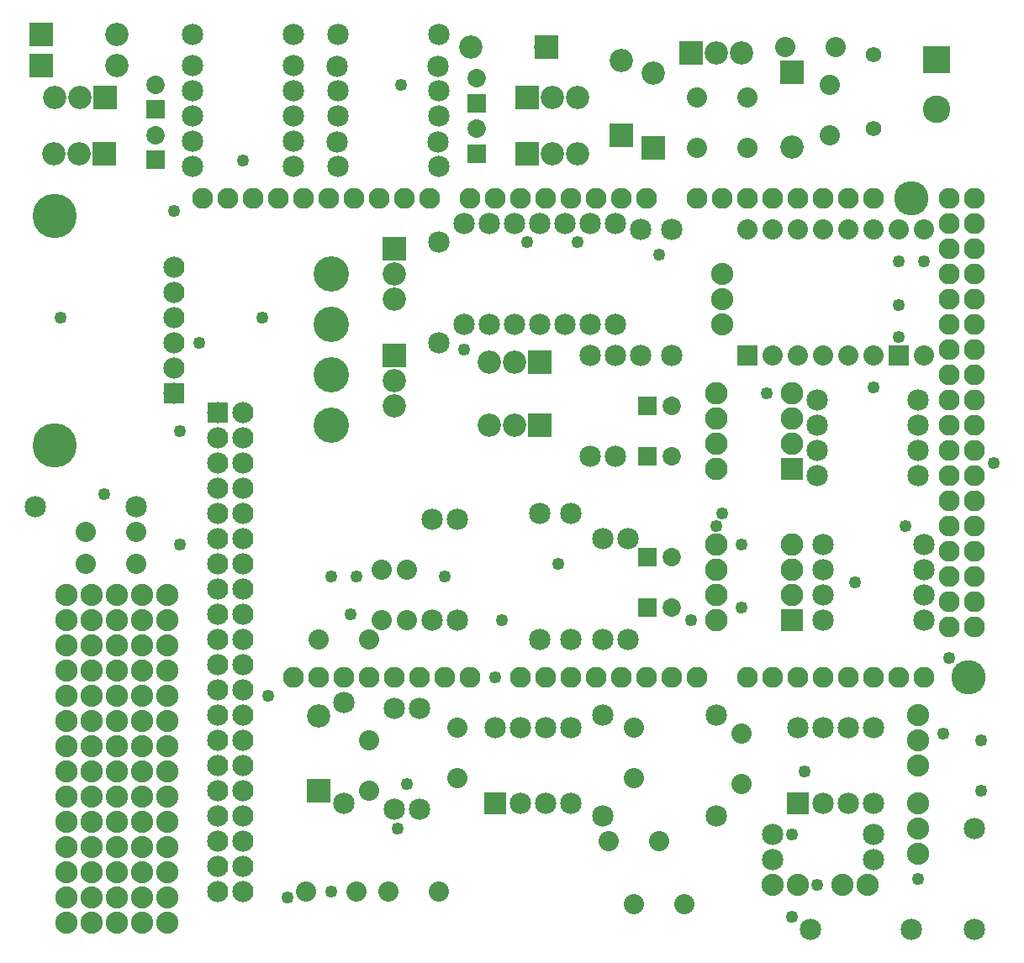
<source format=gbs>
G04 MADE WITH FRITZING*
G04 WWW.FRITZING.ORG*
G04 DOUBLE SIDED*
G04 HOLES PLATED*
G04 CONTOUR ON CENTER OF CONTOUR VECTOR*
%ASAXBY*%
%FSLAX23Y23*%
%MOIN*%
%OFA0B0*%
%SFA1.0B1.0*%
%ADD10C,0.049370*%
%ADD11C,0.084000*%
%ADD12C,0.175354*%
%ADD13C,0.080000*%
%ADD14C,0.085000*%
%ADD15C,0.088000*%
%ADD16C,0.140000*%
%ADD17C,0.082917*%
%ADD18C,0.135984*%
%ADD19C,0.092000*%
%ADD20C,0.061496*%
%ADD21C,0.089370*%
%ADD22C,0.072992*%
%ADD23C,0.109055*%
%ADD24R,0.084000X0.084000*%
%ADD25R,0.080000X0.080000*%
%ADD26R,0.085000X0.085000*%
%ADD27R,0.092000X0.092000*%
%ADD28R,0.089370X0.089370*%
%ADD29R,0.072992X0.072992*%
%ADD30R,0.109055X0.109055*%
%LNMASK0*%
G90*
G70*
G54D10*
X2666Y1453D03*
X616Y3078D03*
G54D11*
X616Y2353D03*
X616Y2453D03*
X616Y2553D03*
X616Y2653D03*
X616Y2753D03*
X616Y2853D03*
G54D12*
X144Y2148D03*
X144Y3058D03*
G54D11*
X616Y2353D03*
X616Y2453D03*
X616Y2553D03*
X616Y2653D03*
X616Y2753D03*
X616Y2853D03*
G54D12*
X144Y2148D03*
X144Y3058D03*
G54D10*
X3491Y2878D03*
X3491Y2703D03*
X3491Y2578D03*
X3066Y603D03*
X3116Y853D03*
X3591Y2878D03*
X2216Y2953D03*
X2016Y2953D03*
X966Y2653D03*
X716Y2553D03*
X341Y1953D03*
X641Y2203D03*
X641Y1753D03*
X2866Y1753D03*
X2966Y2353D03*
X3391Y2378D03*
X1502Y628D03*
G54D13*
X3591Y3003D03*
X3591Y2503D03*
X3491Y3003D03*
X3491Y2503D03*
X3391Y3003D03*
X3391Y2503D03*
X3291Y3003D03*
X3291Y2503D03*
X3191Y3003D03*
X3191Y2503D03*
X3091Y3003D03*
X3091Y2503D03*
X2991Y3003D03*
X2991Y2503D03*
X2891Y3003D03*
X2891Y2503D03*
G54D10*
X3866Y2078D03*
X1516Y3578D03*
X3166Y403D03*
X3816Y978D03*
X3816Y778D03*
X891Y3278D03*
X1541Y803D03*
X1891Y1228D03*
G54D14*
X3791Y228D03*
X3791Y628D03*
X3141Y228D03*
X3541Y228D03*
G54D15*
X191Y1553D03*
X291Y1553D03*
X391Y1553D03*
X491Y1553D03*
X591Y1553D03*
X191Y253D03*
X291Y253D03*
X391Y253D03*
X491Y253D03*
X591Y253D03*
X191Y853D03*
X191Y1153D03*
X191Y353D03*
X291Y353D03*
X391Y353D03*
X491Y353D03*
X591Y353D03*
X191Y1353D03*
X191Y1253D03*
X191Y1053D03*
X191Y753D03*
X191Y453D03*
X191Y953D03*
X191Y1453D03*
X191Y653D03*
X191Y553D03*
X291Y853D03*
X291Y1153D03*
X291Y1353D03*
X291Y1253D03*
X291Y1053D03*
X291Y753D03*
X291Y453D03*
X291Y953D03*
X291Y1453D03*
X291Y653D03*
X291Y553D03*
X391Y853D03*
X391Y1153D03*
X391Y1353D03*
X391Y1253D03*
X391Y1053D03*
X391Y753D03*
X391Y453D03*
X391Y953D03*
X391Y1453D03*
X391Y653D03*
X391Y553D03*
X491Y853D03*
X491Y1153D03*
X491Y1353D03*
X491Y1253D03*
X491Y1053D03*
X491Y753D03*
X491Y453D03*
X491Y953D03*
X491Y1453D03*
X491Y653D03*
X491Y553D03*
X591Y453D03*
X591Y553D03*
X591Y653D03*
X591Y753D03*
X591Y853D03*
X591Y953D03*
X591Y1053D03*
X591Y1153D03*
X591Y1253D03*
X591Y1353D03*
X591Y1453D03*
G54D14*
X1891Y728D03*
X1891Y1028D03*
X1991Y728D03*
X1991Y1028D03*
X2091Y728D03*
X2091Y1028D03*
X2191Y728D03*
X2191Y1028D03*
G54D16*
X1241Y2628D03*
X1241Y2828D03*
X1241Y2428D03*
X1241Y2228D03*
G54D10*
X1316Y1478D03*
X3316Y1603D03*
X2866Y1503D03*
X2141Y1678D03*
X1691Y1628D03*
X1241Y378D03*
X1066Y353D03*
X166Y2653D03*
X3566Y428D03*
X2541Y2903D03*
X3066Y278D03*
X2791Y1878D03*
X2766Y1828D03*
X1241Y1628D03*
X1341Y1628D03*
X3516Y1828D03*
G54D14*
X3091Y728D03*
X3091Y1028D03*
X3191Y728D03*
X3191Y1028D03*
X3291Y728D03*
X3291Y1028D03*
X3391Y728D03*
X3391Y1028D03*
G54D11*
X891Y2278D03*
X891Y2178D03*
X891Y2078D03*
X891Y1978D03*
X891Y1878D03*
X891Y1778D03*
X891Y1678D03*
X891Y1578D03*
X891Y1478D03*
X891Y1378D03*
X891Y1278D03*
X891Y1178D03*
X891Y1078D03*
X891Y978D03*
X891Y878D03*
X891Y778D03*
X891Y678D03*
X891Y578D03*
X891Y478D03*
X891Y378D03*
X791Y2278D03*
X791Y2178D03*
X791Y2078D03*
X791Y1978D03*
X791Y1878D03*
X791Y1778D03*
X791Y1678D03*
X791Y1578D03*
X791Y1478D03*
X791Y1378D03*
X791Y1278D03*
X791Y1178D03*
X791Y1078D03*
X791Y978D03*
X791Y878D03*
X791Y778D03*
X791Y678D03*
X791Y578D03*
X791Y478D03*
X791Y378D03*
G54D17*
X2991Y1228D03*
X1391Y1228D03*
X3091Y1228D03*
X3191Y1228D03*
X3291Y1228D03*
X3391Y1228D03*
X3691Y2628D03*
X3491Y1228D03*
X3591Y1228D03*
X1431Y3128D03*
X1991Y1228D03*
X2091Y1228D03*
X2191Y1228D03*
X2291Y1228D03*
X3691Y1828D03*
X2391Y1228D03*
X2491Y1228D03*
X2591Y1228D03*
X2691Y1228D03*
X2191Y3128D03*
X3691Y3028D03*
X3691Y2228D03*
X3691Y1428D03*
X1031Y3128D03*
X1791Y1228D03*
X1791Y3128D03*
X3691Y2828D03*
X3691Y2428D03*
X3691Y2028D03*
X3391Y3128D03*
X3691Y1628D03*
X3291Y3128D03*
X3191Y3128D03*
X3091Y3128D03*
X2991Y3128D03*
X2891Y3128D03*
X2791Y3128D03*
X2691Y3128D03*
X831Y3128D03*
X1231Y3128D03*
X1631Y3128D03*
X1191Y1228D03*
X1591Y1228D03*
X2391Y3128D03*
X1991Y3128D03*
X3691Y3128D03*
X3691Y2928D03*
X3691Y2728D03*
X3691Y2528D03*
X3691Y2328D03*
X3691Y2128D03*
X3691Y1928D03*
X3691Y1728D03*
X3691Y1528D03*
X731Y3128D03*
X931Y3128D03*
X1131Y3128D03*
X1331Y3128D03*
X1531Y3128D03*
X1091Y1228D03*
X1291Y1228D03*
X1491Y1228D03*
X1691Y1228D03*
X2491Y3128D03*
X2291Y3128D03*
X2091Y3128D03*
X1891Y3128D03*
X3791Y3128D03*
X3791Y3028D03*
X3791Y2928D03*
X3791Y2828D03*
X3791Y2728D03*
X3791Y2628D03*
X3791Y2528D03*
X3791Y2428D03*
X3791Y2328D03*
X3791Y2228D03*
X3791Y2128D03*
X3791Y2028D03*
X3791Y1928D03*
X3791Y1828D03*
X3791Y1728D03*
X3791Y1628D03*
X3791Y1528D03*
X3791Y1428D03*
X2891Y1228D03*
G54D18*
X3766Y1228D03*
X3541Y3128D03*
G54D19*
X1491Y2503D03*
X1491Y2403D03*
X1491Y2303D03*
X2066Y2478D03*
X1966Y2478D03*
X1866Y2478D03*
X1491Y2928D03*
X1491Y2828D03*
X1491Y2728D03*
X2066Y2228D03*
X1966Y2228D03*
X1866Y2228D03*
G54D13*
X1191Y1378D03*
X1391Y1378D03*
G54D14*
X1291Y728D03*
X1291Y1128D03*
G54D19*
X2516Y3328D03*
X2516Y3626D03*
G54D14*
X466Y1903D03*
X66Y1903D03*
G54D15*
X3566Y528D03*
X3566Y628D03*
X3566Y728D03*
X3566Y1078D03*
X3566Y978D03*
X3566Y878D03*
X2791Y2828D03*
X2791Y2728D03*
X2791Y2628D03*
G54D14*
X2991Y603D03*
X3391Y603D03*
X2991Y503D03*
X3391Y503D03*
G54D15*
X2991Y403D03*
X3091Y403D03*
X3266Y403D03*
X3366Y403D03*
G54D14*
X3591Y1453D03*
X3191Y1453D03*
X2366Y3028D03*
X2366Y2628D03*
X2266Y3028D03*
X2266Y2628D03*
X3566Y2028D03*
X3166Y2028D03*
X3591Y1753D03*
X3191Y1753D03*
X2166Y3028D03*
X2166Y2628D03*
X1666Y2953D03*
X1666Y2553D03*
X3566Y2328D03*
X3166Y2328D03*
G54D19*
X2666Y3703D03*
X2766Y3703D03*
X2866Y3703D03*
G54D13*
X3041Y3728D03*
X3241Y3728D03*
X2891Y3528D03*
X2891Y3328D03*
X3216Y3378D03*
X3216Y3578D03*
X2691Y3528D03*
X2691Y3328D03*
G54D19*
X3066Y3628D03*
X3066Y3330D03*
G54D20*
X3391Y3403D03*
X3391Y3698D03*
G54D21*
X3066Y1453D03*
X2766Y1453D03*
X3066Y1553D03*
X2766Y1553D03*
X3066Y1653D03*
X2766Y1653D03*
X3066Y1753D03*
X2766Y1753D03*
X3066Y2053D03*
X2766Y2053D03*
X3066Y2153D03*
X2766Y2153D03*
X3066Y2253D03*
X2766Y2253D03*
X3066Y2353D03*
X2766Y2353D03*
G54D14*
X3591Y1553D03*
X3191Y1553D03*
X1866Y3028D03*
X1866Y2628D03*
X1966Y3028D03*
X1966Y2628D03*
X3566Y2128D03*
X3166Y2128D03*
X3591Y1653D03*
X3191Y1653D03*
X2066Y3028D03*
X2066Y2628D03*
X1766Y3028D03*
X1766Y2628D03*
X3566Y2228D03*
X3166Y2228D03*
X2066Y1378D03*
X2066Y1878D03*
X2591Y2503D03*
X2591Y3003D03*
X2191Y1878D03*
X2191Y1378D03*
X2466Y3003D03*
X2466Y2503D03*
X2416Y1778D03*
X2416Y1378D03*
X2266Y2103D03*
X2266Y2503D03*
X2316Y1778D03*
X2316Y1378D03*
X2366Y2103D03*
X2366Y2503D03*
G54D22*
X2493Y1703D03*
X2591Y1703D03*
X2493Y2303D03*
X2591Y2303D03*
X2493Y1503D03*
X2591Y1503D03*
X2493Y2103D03*
X2591Y2103D03*
G54D14*
X1741Y1853D03*
X1741Y1453D03*
G54D13*
X1741Y828D03*
X1741Y1028D03*
X1666Y378D03*
X1466Y378D03*
X1391Y778D03*
X1391Y978D03*
X1341Y378D03*
X1141Y378D03*
G54D14*
X1591Y703D03*
X1591Y1103D03*
X1491Y703D03*
X1491Y1103D03*
G54D19*
X1191Y778D03*
X1191Y1076D03*
G54D13*
X2866Y803D03*
X2866Y1003D03*
X266Y1678D03*
X466Y1678D03*
X2441Y828D03*
X2441Y1028D03*
X266Y1803D03*
X466Y1803D03*
X2341Y578D03*
X2541Y578D03*
X2641Y328D03*
X2441Y328D03*
G54D14*
X2766Y678D03*
X2766Y1078D03*
X2316Y678D03*
X2316Y1078D03*
G54D13*
X1441Y1453D03*
X1441Y1653D03*
X1541Y1653D03*
X1541Y1453D03*
G54D14*
X1641Y1853D03*
X1641Y1453D03*
X1091Y3253D03*
X691Y3253D03*
X1266Y3253D03*
X1666Y3253D03*
X1091Y3553D03*
X691Y3553D03*
X1266Y3553D03*
X1666Y3553D03*
G54D22*
X542Y3281D03*
X542Y3379D03*
X1816Y3305D03*
X1816Y3403D03*
X542Y3481D03*
X542Y3579D03*
X1816Y3505D03*
X1816Y3603D03*
G54D19*
X91Y3653D03*
X389Y3653D03*
X2091Y3728D03*
X1793Y3728D03*
X91Y3778D03*
X389Y3778D03*
X2391Y3378D03*
X2391Y3676D03*
X341Y3303D03*
X241Y3303D03*
X141Y3303D03*
X2016Y3303D03*
X2116Y3303D03*
X2216Y3303D03*
X342Y3529D03*
X242Y3529D03*
X142Y3529D03*
X2016Y3528D03*
X2116Y3528D03*
X2216Y3528D03*
G54D14*
X1091Y3353D03*
X691Y3353D03*
X1265Y3352D03*
X1665Y3352D03*
X1091Y3653D03*
X691Y3653D03*
X1265Y3652D03*
X1665Y3652D03*
X1091Y3453D03*
X691Y3453D03*
X1266Y3453D03*
X1666Y3453D03*
X1091Y3778D03*
X691Y3778D03*
X1266Y3778D03*
X1666Y3778D03*
G54D23*
X3641Y3678D03*
X3641Y3481D03*
G54D10*
X1766Y2528D03*
X991Y1153D03*
X1916Y1453D03*
X3666Y1003D03*
X3691Y1303D03*
G54D24*
X616Y2353D03*
X616Y2353D03*
G54D25*
X2891Y2503D03*
X3491Y2503D03*
G54D26*
X1891Y728D03*
X3091Y728D03*
G54D24*
X791Y2278D03*
G54D27*
X1491Y2503D03*
X2066Y2478D03*
X1491Y2928D03*
X2066Y2228D03*
X2516Y3327D03*
X2666Y3703D03*
X3066Y3629D03*
G54D28*
X3066Y1453D03*
X3066Y2053D03*
G54D29*
X2493Y1703D03*
X2493Y2303D03*
X2493Y1503D03*
X2493Y2103D03*
G54D27*
X1191Y777D03*
G54D29*
X542Y3281D03*
X1816Y3305D03*
X542Y3481D03*
X1816Y3505D03*
G54D27*
X90Y3653D03*
X2092Y3728D03*
X90Y3778D03*
X2391Y3377D03*
X341Y3303D03*
X2016Y3303D03*
X342Y3529D03*
X2016Y3528D03*
G54D30*
X3641Y3678D03*
G04 End of Mask0*
M02*
</source>
